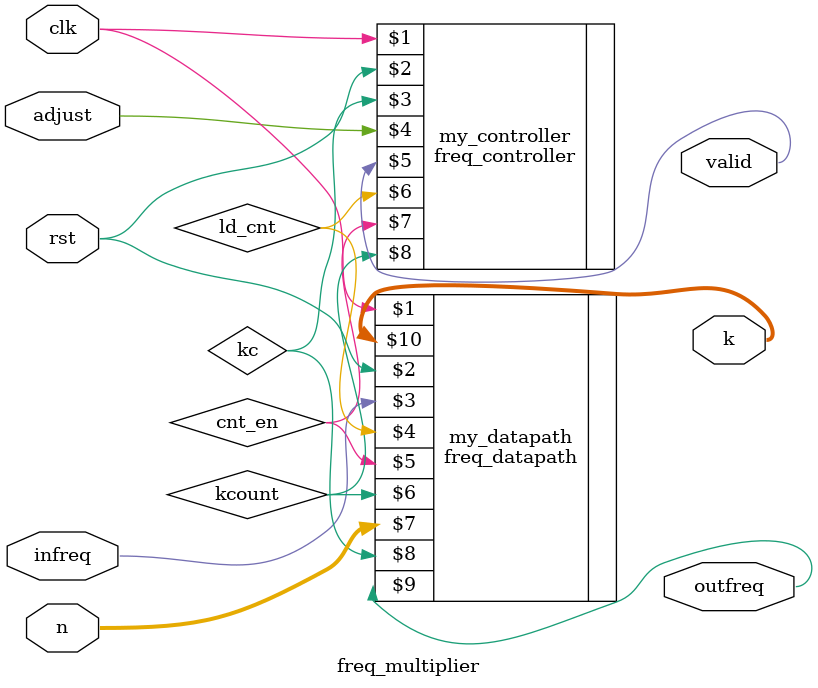
<source format=v>
`timescale 1ps/1ps
module freq_multiplier(input clk, rst, infreq, adjust, input[2:0]n, output outfreq, valid, output[7:0]k);

    wire kc, ld_cnt, cnt_en, kcount;

    freq_controller my_controller(clk, rst, kc, adjust, valid, ld_cnt, cnt_en, kcount);

    freq_datapath my_datapath(clk, rst, infreq, ld_cnt, cnt_en, kcount, n, kc, outfreq, k);

endmodule

</source>
